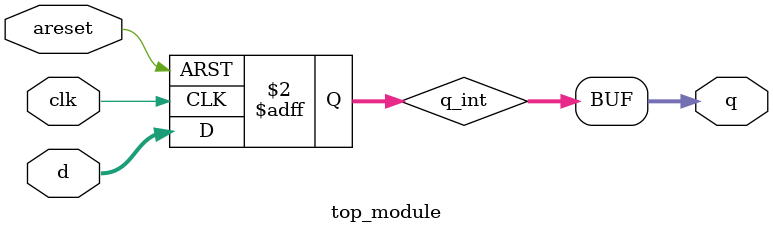
<source format=sv>
module top_module(
	input clk,
	input [7:0] d,
	input areset,
	output reg [7:0] q);

	reg [7:0] q_int;

	always @(posedge clk or posedge areset) begin
		if (areset)
			q_int <= 8'b0;
		else
			q_int <= d;
	end

	assign q = q_int;

endmodule

</source>
